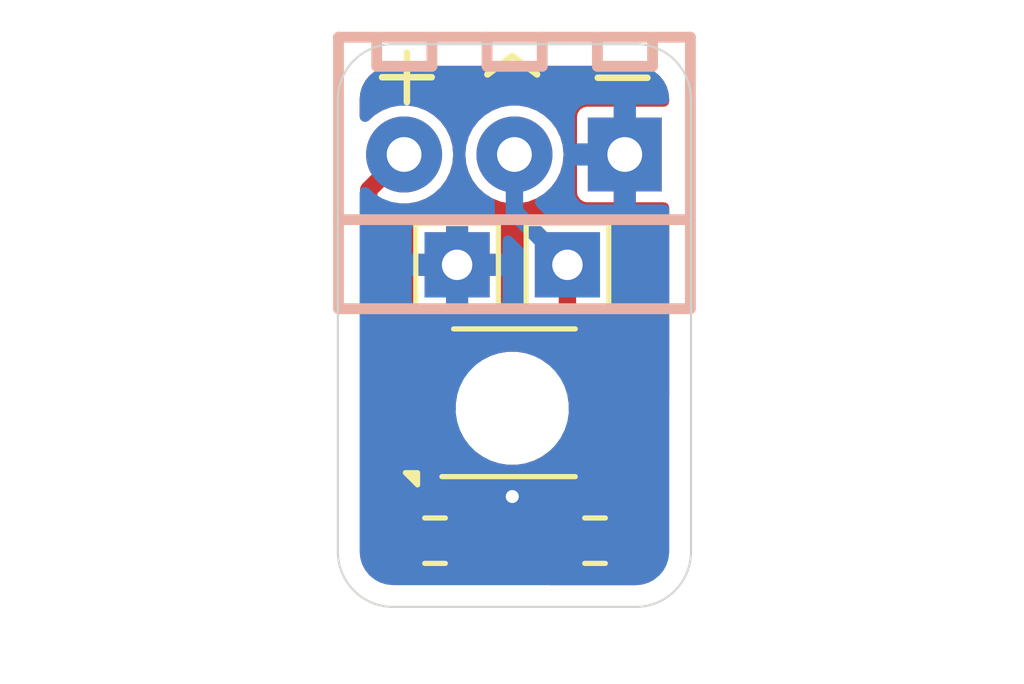
<source format=kicad_pcb>
(kicad_pcb (version 20240108) (generator "pcbnew") (generator_version "8.0")
  (layers (0 "F.Cu" signal) (31 "B.Cu" signal) (34 "B.Paste" user) (35 "F.Paste" user) (36 "B.SilkS" user "B.Silkscreen") (37 "F.SilkS" user "F.Silkscreen") (38 "B.Mask" user) (39 "F.Mask" user) (44 "Edge.Cuts" user))
  (net 0 "")
  (net 1 "GND")
  (net 2 "Net-(J1-Pin_3)")
  (net 3 "Net-(J1-Pin_2)")
  (net 4 "Net-(U1-A)")
  (footprint "TestPoint:TestPoint_THTPad_1.5x1.5mm_Drill0.7mm_no_name" (layer "F.Cu") (at 92.71 78.74)
    (property "Reference" "TP1" (hide yes))
    (property "Value" "TestPoint")
    (fp_line (start -0.95 -0.95) (end 0.95 -0.95) (stroke (width 0.12)) (layer "F.SilkS"))
    (fp_line (start -0.95 0.95) (end -0.95 -0.95) (stroke (width 0.12)) (layer "F.SilkS"))
    (fp_line (start 0.95 -0.95) (end 0.95 0.95) (stroke (width 0.12)) (layer "F.SilkS"))
    (fp_line (start 0.95 0.95) (end -0.95 0.95) (stroke (width 0.12)) (layer "F.SilkS"))
    (pad "1" thru_hole rect (at 0 0) (size 1.5 1.5) (drill 0.7) (layers "*.Cu" "*.Mask") (net 3 "Net-(J1-Pin_2)"))
  )
  (footprint "OptoDevice:OnSemi_CASE100CY_1-smaller" (layer "F.Cu") (at 91.49 81.915 90)
    (property "Reference" "U1" (hide yes))
    (property "Value" "QRE1113GR")
    (fp_line (start 1.7 1.4) (end 1.7 -1.4) (stroke (width 0.12)) (layer "F.SilkS"))
    (fp_line (start -1.7 1.4) (end -1.7 -1.67) (stroke (width 0.12)) (layer "F.SilkS"))
    (fp_poly (pts (xy -1.61 -2.23) (xy -1.89 -2.23) (xy -1.61 -2.51) (xy -1.61 -2.23)) (stroke (width 0.12)) (fill solid) (layer "F.SilkS"))
    (pad "1" smd roundrect (at -0.9 -2 90) (size 0.7 1.5) (layers "F.Cu" "F.Paste" "F.Mask") (net 4 "Net-(U1-A)"))
    (pad "2" smd roundrect (at -0.9 2 90) (size 0.7 1.5) (layers "F.Cu" "F.Paste" "F.Mask") (net 1 "GND"))
    (pad "3" smd roundrect (at 0.9 2 90) (size 0.7 1.5) (layers "F.Cu" "F.Paste" "F.Mask") (net 3 "Net-(J1-Pin_2)"))
    (pad "4" smd roundrect (at 0.9 -2 90) (size 0.7 1.5) (layers "F.Cu" "F.Paste" "F.Mask") (net 1 "GND"))
  )
  (footprint "Peacemans Teile:MountingHole_2.1mm_just_hole" (layer "F.Cu") (at 91.44 82.042)
    (property "Reference" "REF**" (hide yes))
    (property "Value" "MountingHole_2.1mm_just_hole")
    (pad "" np_thru_hole circle (at 0 0) (size 2.1 2.1) (drill 2.1) (layers "F&B.Cu" "*.Mask"))
  )
  (footprint "TestPoint:TestPoint_THTPad_1.5x1.5mm_Drill0.7mm_no_name" (layer "F.Cu") (at 90.17 78.74)
    (property "Reference" "TP2" (hide yes))
    (property "Value" "TestPoint")
    (fp_line (start -0.95 -0.95) (end 0.95 -0.95) (stroke (width 0.12)) (layer "F.SilkS"))
    (fp_line (start -0.95 0.95) (end -0.95 -0.95) (stroke (width 0.12)) (layer "F.SilkS"))
    (fp_line (start 0.95 -0.95) (end 0.95 0.95) (stroke (width 0.12)) (layer "F.SilkS"))
    (fp_line (start 0.95 0.95) (end -0.95 0.95) (stroke (width 0.12)) (layer "F.SilkS"))
    (pad "1" thru_hole rect (at 0 0) (size 1.5 1.5) (drill 0.7) (layers "*.Cu" "*.Mask") (net 1 "GND"))
  )
  (footprint "Resistor_SMD:R_0603_1608Metric" (layer "F.Cu") (at 89.662 85.09)
    (property "Reference" "R1" (hide yes))
    (property "Value" "220")
    (fp_line (start -0.237258 -0.5225) (end 0.237258 -0.5225) (stroke (width 0.12)) (layer "F.SilkS"))
    (fp_line (start -0.237258 0.5225) (end 0.237258 0.5225) (stroke (width 0.12)) (layer "F.SilkS"))
    (pad "1" smd roundrect (at -0.825 0) (size 0.8 0.95) (layers "F.Cu" "F.Paste" "F.Mask") (net 2 "Net-(J1-Pin_3)"))
    (pad "2" smd roundrect (at 0.825 0) (size 0.8 0.95) (layers "F.Cu" "F.Paste" "F.Mask") (net 4 "Net-(U1-A)"))
  )
  (footprint "Resistor_SMD:R_0603_1608Metric" (layer "F.Cu") (at 93.345 85.09)
    (property "Reference" "R2" (hide yes))
    (property "Value" "47k")
    (fp_line (start -0.237258 -0.5225) (end 0.237258 -0.5225) (stroke (width 0.12)) (layer "F.SilkS"))
    (fp_line (start -0.237258 0.5225) (end 0.237258 0.5225) (stroke (width 0.12)) (layer "F.SilkS"))
    (pad "1" smd roundrect (at -0.825 0) (size 0.8 0.95) (layers "F.Cu" "F.Paste" "F.Mask") (net 2 "Net-(J1-Pin_3)"))
    (pad "2" smd roundrect (at 0.825 0) (size 0.8 0.95) (layers "F.Cu" "F.Paste" "F.Mask") (net 3 "Net-(J1-Pin_2)"))
  )
  (footprint "easyEDA:CONN-TH_3P-P2.54_MX128-2.54-03P-GN01-CU-Y-A" (layer "B.Cu") (at 91.49 76.2 180)
    (property "Reference" "J1" (hide yes))
    (property "Value" "EYE1_OUT" (hide yes))
    (fp_line (start 4.05 -1.5) (end -4.05 -1.5) (stroke (width 0.25)) (layer "B.SilkS"))
    (fp_line (start 4.05 -3.55) (end 4.05 2.7) (stroke (width 0.25)) (layer "B.SilkS"))
    (fp_line (start 3.17 2.7) (end 3.17 2.03) (stroke (width 0.25)) (layer "B.SilkS"))
    (fp_line (start 3.17 2.03) (end 1.9 2.03) (stroke (width 0.25)) (layer "B.SilkS"))
    (fp_line (start 1.9 2.03) (end 1.9 2.7) (stroke (width 0.25)) (layer "B.SilkS"))
    (fp_line (start 0.63 2.7) (end 0.63 2.03) (stroke (width 0.25)) (layer "B.SilkS"))
    (fp_line (start 0.63 2.03) (end -0.64 2.03) (stroke (width 0.25)) (layer "B.SilkS"))
    (fp_line (start -0.64 2.03) (end -0.64 2.7) (stroke (width 0.25)) (layer "B.SilkS"))
    (fp_line (start -1.91 2.7) (end -1.91 2.03) (stroke (width 0.25)) (layer "B.SilkS"))
    (fp_line (start -1.91 2.03) (end -3.18 2.03) (stroke (width 0.25)) (layer "B.SilkS"))
    (fp_line (start -3.18 2.03) (end -3.18 2.7) (stroke (width 0.25)) (layer "B.SilkS"))
    (fp_line (start -4.05 2.7) (end 4.05 2.7) (stroke (width 0.25)) (layer "B.SilkS"))
    (fp_line (start -4.05 -3.55) (end 4.05 -3.55) (stroke (width 0.25)) (layer "B.SilkS"))
    (fp_line (start -4.05 -3.55) (end -4.05 2.7) (stroke (width 0.25)) (layer "B.SilkS"))
    (pad "1" thru_hole rect (at -2.54 0 180) (size 1.7 1.7) (drill 0.8) (layers "*.Cu" "*.Mask") (net 1 "GND"))
    (pad "2" thru_hole circle (at 0 0 180) (size 1.75 1.75) (drill 0.8) (layers "*.Cu" "*.Mask") (net 3 "Net-(J1-Pin_2)"))
    (pad "3" thru_hole circle (at 2.54 0 180) (size 1.75 1.75) (drill 0.8) (layers "*.Cu" "*.Mask") (net 2 "Net-(J1-Pin_3)"))
  )
  (gr_arc (start 95.554 85.344) (mid 95.182026 86.242026) (end 94.284 86.614) (stroke (width 0.05)) (layer "Edge.Cuts"))
  (gr_arc (start 87.426 74.93) (mid 87.797974 74.031974) (end 88.696 73.66) (stroke (width 0.05)) (layer "Edge.Cuts"))
  (gr_line (start 95.554 74.93) (end 95.554 85.344) (stroke (width 0.05)) (layer "Edge.Cuts"))
  (gr_line (start 88.696 86.614) (end 94.284 86.614) (stroke (width 0.05)) (layer "Edge.Cuts"))
  (gr_line (start 87.426 74.93) (end 87.426 85.344) (stroke (width 0.05)) (layer "Edge.Cuts"))
  (gr_arc (start 88.696 86.614) (mid 87.797974 86.242026) (end 87.426 85.344) (stroke (width 0.05)) (layer "Edge.Cuts"))
  (gr_line (start 88.696 73.66) (end 94.284 73.66) (stroke (width 0.05)) (layer "Edge.Cuts"))
  (gr_arc (start 94.284 73.66) (mid 95.182026 74.031974) (end 95.554 74.93) (stroke (width 0.05)) (layer "Edge.Cuts"))
  (gr_text "-" (at 93.98 74.549 180) (layer "F.SilkS") (effects (font (size 1.5 1.5))))
  (gr_text "^" (at 91.44 75.692 0) (layer "F.SilkS") (effects (font (size 3 3))))
  (gr_text "+" (at 88.9 74.422 90) (layer "F.SilkS") (effects (font (size 1.5 1.5))))
  (via (at 91.44 84.074) (size 0.6) (drill 0.3) (layers "F.Cu" "B.Cu") (net 1))
  (segment (start 88.95 76.2) (end 88.138 77.012) (width 0.4) (layer "F.Cu") (net 2))
  (segment (start 88.138 77.012) (end 88.138 84.391) (width 0.4) (layer "F.Cu") (net 2))
  (segment (start 91.745 85.865) (end 92.52 85.09) (width 0.2) (layer "F.Cu") (net 2))
  (segment (start 89.612 85.865) (end 91.745 85.865) (width 0.2) (layer "F.Cu") (net 2))
  (segment (start 88.138 84.391) (end 88.837 85.09) (width 0.4) (layer "F.Cu") (net 2))
  (segment (start 88.837 85.09) (end 89.612 85.865) (width 0.2) (layer "F.Cu") (net 2))
  (segment (start 94.17 85.09) (end 94.54 84.72) (width 0.2) (layer "F.Cu") (net 3))
  (segment (start 94.54 84.72) (end 94.54 82.065) (width 0.2) (layer "F.Cu") (net 3))
  (segment (start 94.54 82.065) (end 93.49 81.015) (width 0.2) (layer "F.Cu") (net 3))
  (segment (start 92.71 80.235) (end 92.71 78.74) (width 0.4) (layer "F.Cu") (net 3))
  (segment (start 93.49 81.015) (end 92.71 80.235) (width 0.4) (layer "F.Cu") (net 3))
  (segment (start 91.49 77.52) (end 92.71 78.74) (width 0.4) (layer "B.Cu") (net 3))
  (segment (start 91.49 76.2) (end 91.49 77.52) (width 0.4) (layer "B.Cu") (net 3))
  (segment (start 90.487 83.812) (end 90.487 85.09) (width 0.2) (layer "F.Cu") (net 4))
  (segment (start 89.49 82.815) (end 90.487 83.812) (width 0.2) (layer "F.Cu") (net 4))
  (zone (net 1) (net_name "GND") (layer "F.Cu") (connect_pads (clearance 0.25)) (min_thickness 0.254) (fill yes (thermal_gap 0.25) (thermal_bridge_width 0.508))
    (polygon (pts (xy 86.614 72.644) (xy 95.808 72.644) (xy 95.554 88.392) (xy 86.614 87.884)))
  )
  (zone (net 1) (net_name "GND") (layer "B.Cu") (connect_pads (clearance 0.25)) (min_thickness 0.25) (fill yes (thermal_gap 0.3) (thermal_bridge_width 0.508))
    (polygon (pts (xy 86.868 72.898) (xy 96.062 72.898) (xy 96.062 88.138) (xy 86.664 88.138)))
  )
)
</source>
